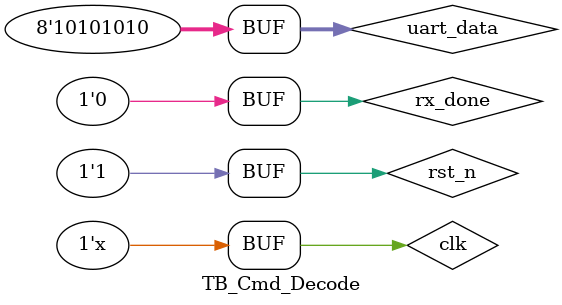
<source format=v>
`timescale      1ns/1ps

module TB_Cmd_Decode;
    reg                  clk;
    reg                  rst_n;
    reg                  rx_done;
    reg          [7:0]   uart_data;
    wire                  wr_trig;
    wire                  rd_trig;
    wire                  wfifo_wr_en;
    wire          [7:0]   wfifo_data;


Cmd_Decode Cmd_Decode_inst(
    .clk                    (clk),
    .rst_n                  (rst_n),
    .rx_done                (rx_done),
    .uart_data              (uart_data),
    .wr_trig                (wr_trig),
    .rd_trig                (rd_trig),
    .wfifo_wr_en            (wfifo_wr_en),
    .wfifo_data             (wfifo_data)
);

always #10 clk = ~clk;

initial begin
clk = 1'b0;
rst_n = 1'b0;
rx_done = 1'b0;
uart_data = 'h00;
#100

rst_n = 1'b1;
rx_done = 1'b1;
uart_data = 'h55;
#20
rx_done = 1'b0;
#100
rx_done = 1'b1;
uart_data = 'h01;
#20
rx_done = 1'b0;
#100
rx_done = 1'b1;
uart_data = 'h02;
#20
rx_done = 1'b0;
#100
rx_done = 1'b1;
uart_data = 'h03;
#20
rx_done = 1'b0;
#100
rx_done = 1'b1;
uart_data = 'h04;
#20
rx_done = 1'b0;
#100
rx_done = 1'b1;
uart_data = 'haa;
#20
rx_done = 1'b0;

end





endmodule 

</source>
